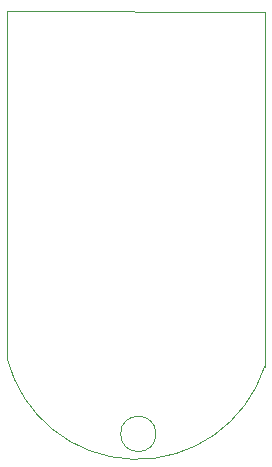
<source format=gbr>
%TF.GenerationSoftware,KiCad,Pcbnew,8.0.6*%
%TF.CreationDate,2024-11-07T13:30:53-03:00*%
%TF.ProjectId,dice-keychain,64696365-2d6b-4657-9963-6861696e2e6b,rev?*%
%TF.SameCoordinates,Original*%
%TF.FileFunction,Profile,NP*%
%FSLAX46Y46*%
G04 Gerber Fmt 4.6, Leading zero omitted, Abs format (unit mm)*
G04 Created by KiCad (PCBNEW 8.0.6) date 2024-11-07 13:30:53*
%MOMM*%
%LPD*%
G01*
G04 APERTURE LIST*
%TA.AperFunction,Profile*%
%ADD10C,0.100000*%
%TD*%
G04 APERTURE END LIST*
D10*
X113200000Y-96000000D02*
G75*
G02*
X110200000Y-96000000I-1500000J0D01*
G01*
X110200000Y-96000000D02*
G75*
G02*
X113200000Y-96000000I1500000J0D01*
G01*
X100592076Y-89577698D02*
X100600000Y-60200000D01*
X122400000Y-90300000D02*
G75*
G02*
X100592076Y-89577698I-10800000J3500000D01*
G01*
X122400000Y-90300000D02*
X122400000Y-60300000D01*
X122400000Y-60300000D02*
X100600000Y-60200000D01*
M02*

</source>
